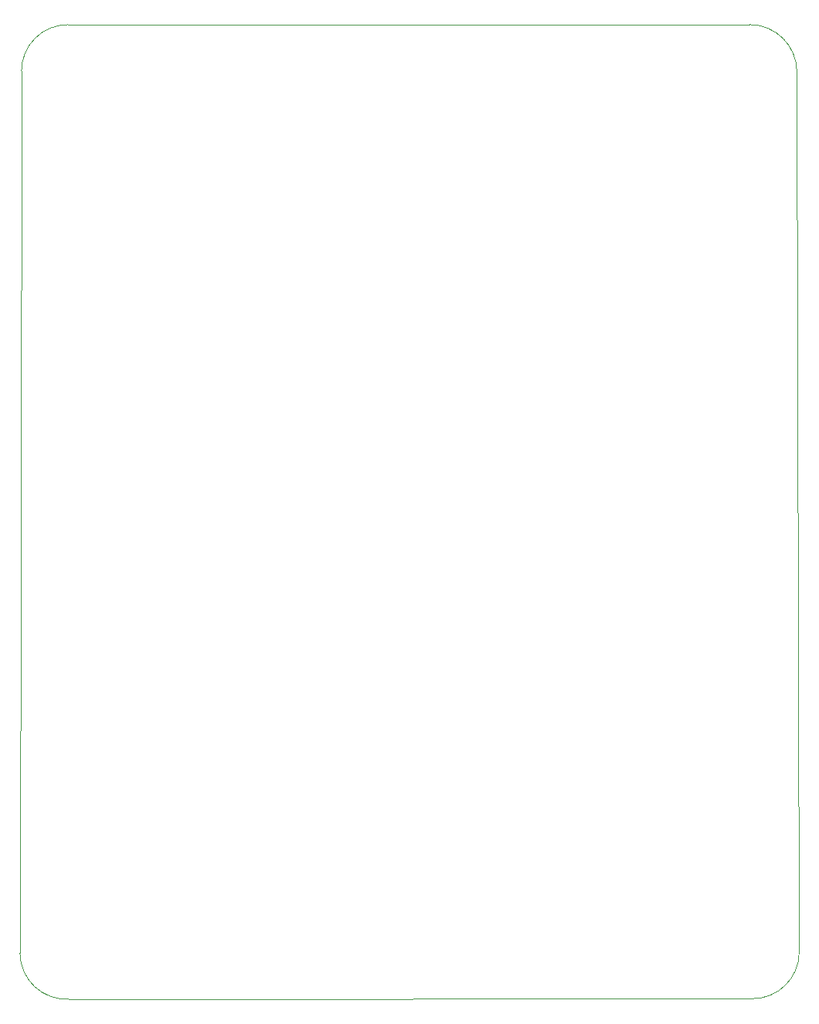
<source format=gm1>
G04 #@! TF.GenerationSoftware,KiCad,Pcbnew,7.0.8*
G04 #@! TF.CreationDate,2024-03-21T20:29:15-04:00*
G04 #@! TF.ProjectId,TechDevPCB,54656368-4465-4765-9043-422e6b696361,rev?*
G04 #@! TF.SameCoordinates,Original*
G04 #@! TF.FileFunction,Profile,NP*
%FSLAX46Y46*%
G04 Gerber Fmt 4.6, Leading zero omitted, Abs format (unit mm)*
G04 Created by KiCad (PCBNEW 7.0.8) date 2024-03-21 20:29:15*
%MOMM*%
%LPD*%
G01*
G04 APERTURE LIST*
G04 #@! TA.AperFunction,Profile*
%ADD10C,0.100000*%
G04 #@! TD*
G04 APERTURE END LIST*
D10*
X109651800Y-38100000D02*
G75*
G03*
X104571800Y-43180000I0J-5080000D01*
G01*
X189534800Y-43256200D02*
G75*
G03*
X184378600Y-38100000I-5156200J0D01*
G01*
X104402337Y-139790897D02*
G75*
G03*
X109728000Y-144856199I5071663J-3D01*
G01*
X184708800Y-144805400D02*
G75*
G03*
X189788800Y-139725400I0J5080000D01*
G01*
X104571800Y-43180000D02*
X104402333Y-139790897D01*
X184708800Y-144805400D02*
X109728000Y-144856199D01*
X184048400Y-38100000D02*
X184378600Y-38100000D01*
X109651800Y-38100000D02*
X184048400Y-38100000D01*
X189788800Y-139725400D02*
X189534800Y-43256200D01*
M02*

</source>
